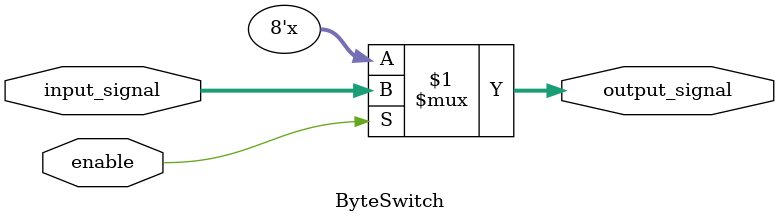
<source format=v>
module ByteSwitch (
    input  wire enable,
    input  wire [7:0] input_signal,
    output wire [7:0] output_signal
);

assign output_signal = enable ? input_signal : 8'bzzzzzzzz;
endmodule

</source>
